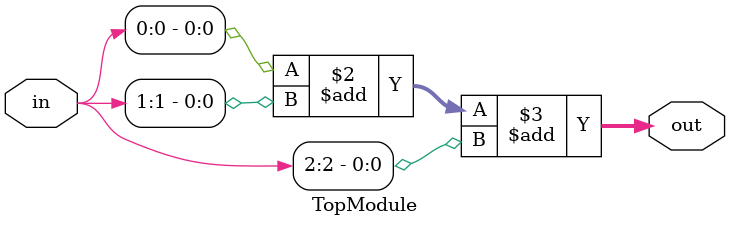
<source format=sv>
module TopModule (
    input  logic [2:0] in,  // 3-bit input vector
    output logic [1:0] out  // 2-bit output vector
);

    always @(*) begin
        out = in[0] + in[1] + in[2];  // Population count logic
    end

endmodule
</source>
